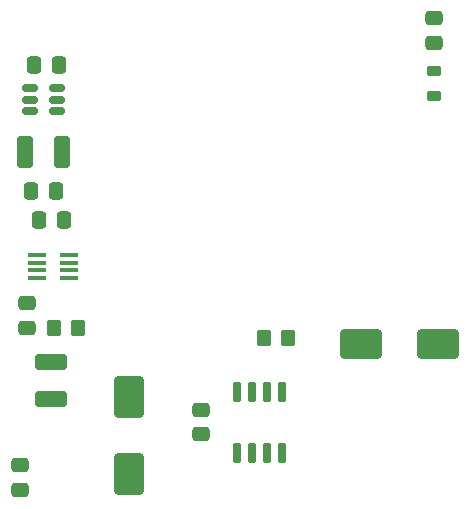
<source format=gbp>
G04 #@! TF.GenerationSoftware,KiCad,Pcbnew,7.0.11*
G04 #@! TF.CreationDate,2024-03-19T21:31:16+01:00*
G04 #@! TF.ProjectId,GPSDO,47505344-4f2e-46b6-9963-61645f706362,rev?*
G04 #@! TF.SameCoordinates,Original*
G04 #@! TF.FileFunction,Paste,Bot*
G04 #@! TF.FilePolarity,Positive*
%FSLAX46Y46*%
G04 Gerber Fmt 4.6, Leading zero omitted, Abs format (unit mm)*
G04 Created by KiCad (PCBNEW 7.0.11) date 2024-03-19 21:31:16*
%MOMM*%
%LPD*%
G01*
G04 APERTURE LIST*
G04 Aperture macros list*
%AMRoundRect*
0 Rectangle with rounded corners*
0 $1 Rounding radius*
0 $2 $3 $4 $5 $6 $7 $8 $9 X,Y pos of 4 corners*
0 Add a 4 corners polygon primitive as box body*
4,1,4,$2,$3,$4,$5,$6,$7,$8,$9,$2,$3,0*
0 Add four circle primitives for the rounded corners*
1,1,$1+$1,$2,$3*
1,1,$1+$1,$4,$5*
1,1,$1+$1,$6,$7*
1,1,$1+$1,$8,$9*
0 Add four rect primitives between the rounded corners*
20,1,$1+$1,$2,$3,$4,$5,0*
20,1,$1+$1,$4,$5,$6,$7,0*
20,1,$1+$1,$6,$7,$8,$9,0*
20,1,$1+$1,$8,$9,$2,$3,0*%
G04 Aperture macros list end*
%ADD10RoundRect,0.250000X1.000000X-1.500000X1.000000X1.500000X-1.000000X1.500000X-1.000000X-1.500000X0*%
%ADD11RoundRect,0.250000X0.475000X-0.337500X0.475000X0.337500X-0.475000X0.337500X-0.475000X-0.337500X0*%
%ADD12RoundRect,0.250000X0.337500X0.475000X-0.337500X0.475000X-0.337500X-0.475000X0.337500X-0.475000X0*%
%ADD13RoundRect,0.100000X0.680000X0.100000X-0.680000X0.100000X-0.680000X-0.100000X0.680000X-0.100000X0*%
%ADD14RoundRect,0.250000X-1.100000X0.412500X-1.100000X-0.412500X1.100000X-0.412500X1.100000X0.412500X0*%
%ADD15RoundRect,0.250000X-0.475000X0.337500X-0.475000X-0.337500X0.475000X-0.337500X0.475000X0.337500X0*%
%ADD16RoundRect,0.250000X0.412500X1.100000X-0.412500X1.100000X-0.412500X-1.100000X0.412500X-1.100000X0*%
%ADD17RoundRect,0.218750X0.381250X-0.218750X0.381250X0.218750X-0.381250X0.218750X-0.381250X-0.218750X0*%
%ADD18RoundRect,0.250000X1.500000X1.000000X-1.500000X1.000000X-1.500000X-1.000000X1.500000X-1.000000X0*%
%ADD19RoundRect,0.150000X-0.512500X-0.150000X0.512500X-0.150000X0.512500X0.150000X-0.512500X0.150000X0*%
%ADD20RoundRect,0.250000X0.350000X0.450000X-0.350000X0.450000X-0.350000X-0.450000X0.350000X-0.450000X0*%
%ADD21RoundRect,0.150000X-0.150000X0.725000X-0.150000X-0.725000X0.150000X-0.725000X0.150000X0.725000X0*%
G04 APERTURE END LIST*
D10*
X76454000Y-102437000D03*
X76454000Y-95937000D03*
D11*
X82550000Y-99081500D03*
X82550000Y-97006500D03*
D12*
X70887500Y-80967500D03*
X68812500Y-80967500D03*
X70252500Y-78486000D03*
X68177500Y-78486000D03*
D13*
X71327000Y-83892000D03*
X71327000Y-84542000D03*
X71327000Y-85202000D03*
X71327000Y-85852000D03*
X68627000Y-85852000D03*
X68627000Y-85202000D03*
X68627000Y-84542000D03*
X68627000Y-83892000D03*
D14*
X69850000Y-92925500D03*
X69850000Y-96050500D03*
D12*
X70506500Y-67818000D03*
X68431500Y-67818000D03*
D15*
X67183000Y-101705500D03*
X67183000Y-103780500D03*
D11*
X67818000Y-90064500D03*
X67818000Y-87989500D03*
D16*
X70777500Y-75184000D03*
X67652500Y-75184000D03*
D17*
X102235000Y-70404500D03*
X102235000Y-68279500D03*
D18*
X102564000Y-91440000D03*
X96064000Y-91440000D03*
D19*
X68077500Y-71689000D03*
X68077500Y-70739000D03*
X68077500Y-69789000D03*
X70352500Y-69789000D03*
X70352500Y-70739000D03*
X70352500Y-71689000D03*
D20*
X72120000Y-90043000D03*
X70120000Y-90043000D03*
D21*
X85598000Y-95469000D03*
X86868000Y-95469000D03*
X88138000Y-95469000D03*
X89408000Y-95469000D03*
X89408000Y-100619000D03*
X88138000Y-100619000D03*
X86868000Y-100619000D03*
X85598000Y-100619000D03*
D15*
X102235000Y-63859500D03*
X102235000Y-65934500D03*
D20*
X89900000Y-90932000D03*
X87900000Y-90932000D03*
M02*

</source>
